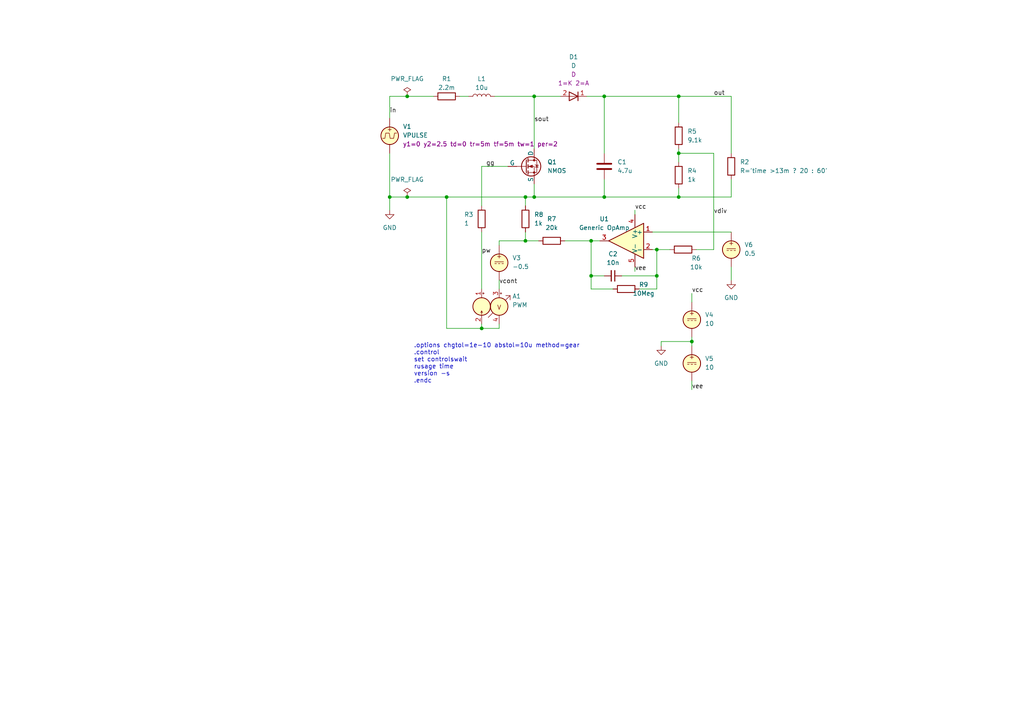
<source format=kicad_sch>
(kicad_sch (version 20230819) (generator eeschema)
  (paper "A4")
  (lib_symbols
    (symbol "D_1" (pin_names (offset 1.016) hide)
      (property "Reference" "D" (at 0 2.54 0))
      (property "Value" "D" (at 0 -2.54 0))
      (property "Sim.Device" "D" (at 0 0 0))
      (property "Sim.Pins" "1=K 2=A" (at 0 0 0))
      (symbol "D_1_0_1"
        (polyline (pts (xy -1.27 1.27) (xy -1.27 -1.27)) (stroke (width 0.254)))
        (polyline (pts (xy 1.27 0) (xy -1.27 0)))
        (polyline (pts (xy 1.27 1.27) (xy 1.27 -1.27) (xy -1.27 0) (xy 1.27 1.27)) (stroke (width 0.254)))
      )
      (symbol "D_1_1_1"
        (pin passive line (at -3.81 0 0) (length 2.54) (name "K") (number "1"))
        (pin passive line (at 3.81 0 180) (length 2.54) (name "A") (number "2"))
      )
    )
    (symbol "Device:C" (pin_numbers hide) (pin_names (offset 0.254))
      (property "Reference" "C" (at 0.635 2.54 0))
      (property "Value" "C" (at 0.635 -2.54 0))
      (symbol "C_0_1"
        (polyline (pts (xy -2.032 -0.762) (xy 2.032 -0.762)) (stroke (width 0.508)))
        (polyline (pts (xy -2.032 0.762) (xy 2.032 0.762)) (stroke (width 0.508)))
      )
      (symbol "C_1_1"
        (pin passive line (at 0 3.81 270) (length 2.794) (name "~") (number "1"))
        (pin passive line (at 0 -3.81 90) (length 2.794) (name "~") (number "2"))
      )
    )
    (symbol "Device:C_Small" (pin_numbers hide) (pin_names (offset 0.254) hide)
      (property "Reference" "C" (at 0.254 1.778 0))
      (property "Value" "C_Small" (at 0.254 -2.032 0))
      (symbol "C_Small_0_1"
        (polyline (pts (xy -1.524 -0.508) (xy 1.524 -0.508)) (stroke (width 0.3302)))
        (polyline (pts (xy -1.524 0.508) (xy 1.524 0.508)) (stroke (width 0.3048)))
      )
      (symbol "C_Small_1_1"
        (pin passive line (at 0 2.54 270) (length 2.032) (name "~") (number "1"))
        (pin passive line (at 0 -2.54 90) (length 2.032) (name "~") (number "2"))
      )
    )
    (symbol "Device:L" (pin_numbers hide) (pin_names (offset 1.016) hide)
      (property "Reference" "L" (at -1.27 0 90))
      (property "Value" "L" (at 1.905 0 90))
      (symbol "L_0_1"
        (arc (start 0 -2.54) (mid 0.6323 -1.905) (end 0 -1.27))
        (arc (start 0 -1.27) (mid 0.6323 -0.635) (end 0 0))
        (arc (start 0 0) (mid 0.6323 0.635) (end 0 1.27))
        (arc (start 0 1.27) (mid 0.6323 1.905) (end 0 2.54))
      )
      (symbol "L_1_1"
        (pin passive line (at 0 3.81 270) (length 1.27) (name "1") (number "1"))
        (pin passive line (at 0 -3.81 90) (length 1.27) (name "2") (number "2"))
      )
    )
    (symbol "Device:R" (pin_numbers hide) (pin_names (offset 0))
      (property "Reference" "R" (at 2.032 0 90))
      (property "Value" "R" (at 0 0 90))
      (symbol "R_0_1"
        (rectangle (start -1.016 -2.54) (end 1.016 2.54) (stroke (width 0.254)))
      )
      (symbol "R_1_1"
        (pin passive line (at 0 3.81 270) (length 1.27) (name "~") (number "1"))
        (pin passive line (at 0 -3.81 90) (length 1.27) (name "~") (number "2"))
      )
    )
    (symbol "PWM:PWM" (pin_names (offset 1.016) hide)
      (property "Reference" "A1" (at -3.81 1.7146 0))
      (property "Value" "PWM" (at -3.81 -0.8254 0))
      (property "Sim.Params" "freq=100k vlo=0.7 vhi=3.5" (at -16.51 -3.81 0))
      (symbol "PWM_0_1"
        (polyline (pts (xy 0 -1.27) (xy 0 -2.286)))
        (polyline (pts (xy 0.254 -1.778) (xy 0 -1.27) (xy -0.254 -1.778)))
        (circle (center 0 0) (radius 2.54) (stroke (width 0.254)) (fill (type background)))
      )
      (symbol "PWM_1_1"
        (polyline (pts (xy 0.254 3.81) (xy 0.762 3.81)))
        (polyline (pts (xy 0.508 4.064) (xy 0.508 3.556)))
        (polyline (pts (xy 1.905 -3.175) (xy 3.175 -1.905)))
        (polyline (pts (xy 5.334 3.81) (xy 5.842 3.81)))
        (polyline (pts (xy 5.588 4.064) (xy 5.588 3.556)))
        (polyline (pts (xy 6.985 1.905) (xy 8.255 3.175)))
        (polyline (pts (xy 6.985 3.175) (xy 8.255 3.175) (xy 8.255 1.905)))
        (circle (center 5.08 0) (radius 2.54) (stroke (width 0.254)) (fill (type background)))
        (text "V" (at 5.08 -0.254 0) (effects (font (size 1.27 1.27))))
        (pin input line (at 0 5.08 270) (length 2.54) (name "N+") (number "1"))
        (pin input line (at 0 -5.08 90) (length 2.54) (name "N-") (number "2"))
        (pin passive line (at 5.08 5.08 270) (length 2.54) (name "C+") (number "3"))
        (pin passive line (at 5.08 -5.08 90) (length 2.54) (name "C-") (number "4"))
      )
    )
    (symbol "Simulation_SPICE:NMOS" (pin_numbers hide) (pin_names (offset 0))
      (property "Reference" "Q" (at 5.08 1.27 0))
      (property "Value" "NMOS" (at 5.08 -1.27 0))
      (symbol "NMOS_0_1"
        (polyline (pts (xy 0.254 0) (xy -2.54 0)))
        (polyline (pts (xy 0.254 1.905) (xy 0.254 -1.905)) (stroke (width 0.254)))
        (polyline (pts (xy 0.762 -1.27) (xy 0.762 -2.286)) (stroke (width 0.254)))
        (polyline (pts (xy 0.762 0.508) (xy 0.762 -0.508)) (stroke (width 0.254)))
        (polyline (pts (xy 0.762 2.286) (xy 0.762 1.27)) (stroke (width 0.254)))
        (polyline (pts (xy 2.54 2.54) (xy 2.54 1.778)))
        (polyline (pts (xy 2.54 -2.54) (xy 2.54 0) (xy 0.762 0)))
        (polyline (pts (xy 0.762 -1.778) (xy 3.302 -1.778) (xy 3.302 1.778) (xy 0.762 1.778)))
        (polyline (pts (xy 1.016 0) (xy 2.032 0.381) (xy 2.032 -0.381) (xy 1.016 0)) (fill (type outline)))
        (polyline (pts (xy 2.794 0.508) (xy 2.921 0.381) (xy 3.683 0.381) (xy 3.81 0.254)))
        (polyline (pts (xy 3.302 0.381) (xy 2.921 -0.254) (xy 3.683 -0.254) (xy 3.302 0.381)))
        (circle (center 1.651 0) (radius 2.794) (stroke (width 0.254)))
        (circle (center 2.54 -1.778) (radius 0.254) (fill (type outline)))
        (circle (center 2.54 1.778) (radius 0.254) (fill (type outline)))
      )
      (symbol "NMOS_1_1"
        (pin passive line (at 2.54 5.08 270) (length 2.54) (name "D") (number "1"))
        (pin input line (at -5.08 0 0) (length 2.54) (name "G") (number "2"))
        (pin passive line (at 2.54 -5.08 90) (length 2.54) (name "S") (number "3"))
      )
    )
    (symbol "Simulation_SPICE:OPAMP" (pin_names (offset 0.254))
      (property "Reference" "U" (at 3.81 3.175 0))
      (property "Value" "${SIM.PARAMS}" (at 3.81 -3.175 0))
      (symbol "OPAMP_0_1"
        (polyline (pts (xy 5.08 0) (xy -5.08 5.08) (xy -5.08 -5.08) (xy 5.08 0)) (stroke (width 0.254)) (fill (type background)))
      )
      (symbol "OPAMP_1_1"
        (pin input line (at -7.62 2.54 0) (length 2.54) (name "+") (number "1"))
        (pin input line (at -7.62 -2.54 0) (length 2.54) (name "-") (number "2"))
        (pin output line (at 7.62 0 180) (length 2.54) (name "~") (number "3"))
        (pin power_in line (at -2.54 7.62 270) (length 3.81) (name "V+") (number "4"))
        (pin power_in line (at -2.54 -7.62 90) (length 3.81) (name "V-") (number "5"))
      )
    )
    (symbol "Simulation_SPICE:VDC" (pin_numbers hide) (pin_names (offset 0.0254))
      (property "Reference" "V" (at 2.54 2.54 0))
      (property "Value" "1" (at 2.54 0 0))
      (symbol "VDC_0_0"
        (polyline (pts (xy -1.27 0.254) (xy 1.27 0.254)))
        (polyline (pts (xy -0.762 -0.254) (xy -1.27 -0.254)))
        (polyline (pts (xy 0.254 -0.254) (xy -0.254 -0.254)))
        (polyline (pts (xy 1.27 -0.254) (xy 0.762 -0.254)))
        (text "+" (at 0 1.905 0) (effects (font (size 1.27 1.27))))
      )
      (symbol "VDC_0_1"
        (circle (center 0 0) (radius 2.54) (stroke (width 0.254)) (fill (type background)))
      )
      (symbol "VDC_1_1"
        (pin passive line (at 0 5.08 270) (length 2.54) (name "~") (number "1"))
        (pin passive line (at 0 -5.08 90) (length 2.54) (name "~") (number "2"))
      )
    )
    (symbol "Simulation_SPICE:VPULSE" (pin_numbers hide) (pin_names (offset 0.0254))
      (property "Reference" "V" (at 2.54 2.54 0))
      (property "Value" "VPULSE" (at 2.54 0 0))
      (property "Sim.Params" "y1=0 y2=1 td=2n tr=2n tf=2n tw=50n per=100n" (at 2.54 -2.54 0))
      (symbol "VPULSE_0_0"
        (polyline (pts (xy -2.032 -0.762) (xy -1.397 -0.762) (xy -1.143 0.762) (xy -0.127 0.762) (xy 0.127 -0.762) (xy 1.143 -0.762) (xy 1.397 0.762) (xy 2.032 0.762)))
        (text "+" (at 0 1.905 0) (effects (font (size 1.27 1.27))))
      )
      (symbol "VPULSE_0_1"
        (circle (center 0 0) (radius 2.54) (stroke (width 0.254)) (fill (type background)))
      )
      (symbol "VPULSE_1_1"
        (pin passive line (at 0 5.08 270) (length 2.54) (name "~") (number "1"))
        (pin passive line (at 0 -5.08 90) (length 2.54) (name "~") (number "2"))
      )
    )
    (symbol "power:GND" (power) (pin_names (offset 0))
      (property "Value" "GND" (at 0 -3.81 0))
      (symbol "GND_0_1"
        (polyline (pts (xy 0 0) (xy 0 -1.27) (xy 1.27 -1.27) (xy 0 -2.54) (xy -1.27 -1.27) (xy 0 -1.27)))
      )
      (symbol "GND_1_1"
        (pin power_in line (at 0 0 270) (length 0) hide (name "GND") (number "1"))
      )
    )
    (symbol "power:PWR_FLAG" (power) (pin_numbers hide) (pin_names (offset 0) hide)
      (property "Value" "PWR_FLAG" (at 0 3.81 0))
      (symbol "PWR_FLAG_0_0"
        (pin power_out line (at 0 0 90) (length 0) (name "pwr") (number "1"))
      )
      (symbol "PWR_FLAG_0_1"
        (polyline (pts (xy 0 0) (xy 0 1.27) (xy -1.016 1.905) (xy 0 2.54) (xy 1.016 1.905) (xy 0 1.27)))
      )
    )
  )
  (junction (at 190.5 72.39))
  (junction (at 200.66 99.06))
  (junction (at 175.26 27.94))
  (junction (at 118.11 57.15))
  (junction (at 139.7 95.25))
  (junction (at 154.94 27.94))
  (junction (at 196.85 57.15))
  (junction (at 171.45 80.01))
  (junction (at 113.03 57.15))
  (junction (at 118.11 27.94))
  (junction (at 171.45 69.85))
  (junction (at 152.4 69.85))
  (junction (at 190.5 80.01))
  (junction (at 196.85 27.94))
  (junction (at 175.26 57.15))
  (junction (at 154.94 57.15))
  (junction (at 129.54 57.15))
  (junction (at 152.4 57.15))
  (junction (at 196.85 44.45))
  (wire (pts (xy 144.78 81.28) (xy 144.78 83.82)))
  (wire (pts (xy 196.85 27.94) (xy 196.85 35.56)))
  (wire (pts (xy 129.54 95.25) (xy 129.54 57.15)))
  (wire (pts (xy 175.26 27.94) (xy 196.85 27.94)))
  (wire (pts (xy 139.7 95.25) (xy 129.54 95.25)))
  (wire (pts (xy 129.54 57.15) (xy 152.4 57.15)))
  (wire (pts (xy 118.11 57.15) (xy 129.54 57.15)))
  (wire (pts (xy 191.77 99.06) (xy 191.77 100.33)))
  (wire (pts (xy 113.03 27.94) (xy 118.11 27.94)))
  (wire (pts (xy 152.4 57.15) (xy 152.4 59.69)))
  (wire (pts (xy 175.26 52.07) (xy 175.26 57.15)))
  (wire (pts (xy 152.4 67.31) (xy 152.4 69.85)))
  (wire (pts (xy 175.26 27.94) (xy 175.26 44.45)))
  (wire (pts (xy 113.03 27.94) (xy 113.03 34.29)))
  (wire (pts (xy 189.23 67.31) (xy 212.09 67.31)))
  (wire (pts (xy 152.4 57.15) (xy 154.94 57.15)))
  (wire (pts (xy 144.78 69.85) (xy 152.4 69.85)))
  (wire (pts (xy 200.66 99.06) (xy 200.66 100.33)))
  (wire (pts (xy 177.8 83.82) (xy 171.45 83.82)))
  (wire (pts (xy 144.78 69.85) (xy 144.78 71.12)))
  (wire (pts (xy 152.4 69.85) (xy 156.21 69.85)))
  (wire (pts (xy 113.03 57.15) (xy 113.03 60.96)))
  (wire (pts (xy 171.45 80.01) (xy 171.45 69.85)))
  (wire (pts (xy 200.66 85.09) (xy 200.66 87.63)))
  (wire (pts (xy 207.01 72.39) (xy 201.93 72.39)))
  (wire (pts (xy 139.7 95.25) (xy 144.78 95.25)))
  (wire (pts (xy 196.85 44.45) (xy 196.85 46.99)))
  (wire (pts (xy 212.09 27.94) (xy 212.09 44.45)))
  (wire (pts (xy 196.85 57.15) (xy 212.09 57.15)))
  (wire (pts (xy 139.7 93.98) (xy 139.7 95.25)))
  (wire (pts (xy 207.01 44.45) (xy 207.01 72.39)))
  (wire (pts (xy 200.66 99.06) (xy 191.77 99.06)))
  (wire (pts (xy 196.85 54.61) (xy 196.85 57.15)))
  (wire (pts (xy 139.7 67.31) (xy 139.7 83.82)))
  (wire (pts (xy 154.94 27.94) (xy 154.94 43.18)))
  (wire (pts (xy 196.85 44.45) (xy 207.01 44.45)))
  (wire (pts (xy 185.42 83.82) (xy 190.5 83.82)))
  (wire (pts (xy 189.23 72.39) (xy 190.5 72.39)))
  (wire (pts (xy 118.11 27.94) (xy 125.73 27.94)))
  (wire (pts (xy 171.45 69.85) (xy 173.99 69.85)))
  (wire (pts (xy 184.15 60.96) (xy 184.15 62.23)))
  (wire (pts (xy 184.15 77.47) (xy 184.15 78.74)))
  (wire (pts (xy 154.94 27.94) (xy 162.56 27.94)))
  (wire (pts (xy 163.83 69.85) (xy 171.45 69.85)))
  (wire (pts (xy 196.85 43.18) (xy 196.85 44.45)))
  (wire (pts (xy 154.94 53.34) (xy 154.94 57.15)))
  (wire (pts (xy 190.5 80.01) (xy 190.5 72.39)))
  (wire (pts (xy 139.7 48.26) (xy 147.32 48.26)))
  (wire (pts (xy 200.66 110.49) (xy 200.66 113.03)))
  (wire (pts (xy 143.51 27.94) (xy 154.94 27.94)))
  (wire (pts (xy 144.78 93.98) (xy 144.78 95.25)))
  (wire (pts (xy 171.45 80.01) (xy 175.26 80.01)))
  (wire (pts (xy 212.09 77.47) (xy 212.09 81.28)))
  (wire (pts (xy 196.85 27.94) (xy 212.09 27.94)))
  (wire (pts (xy 154.94 57.15) (xy 175.26 57.15)))
  (wire (pts (xy 212.09 57.15) (xy 212.09 52.07)))
  (wire (pts (xy 133.35 27.94) (xy 135.89 27.94)))
  (wire (pts (xy 180.34 80.01) (xy 190.5 80.01)))
  (wire (pts (xy 113.03 57.15) (xy 113.03 44.45)))
  (wire (pts (xy 171.45 83.82) (xy 171.45 80.01)))
  (wire (pts (xy 139.7 48.26) (xy 139.7 59.69)))
  (wire (pts (xy 170.18 27.94) (xy 175.26 27.94)))
  (wire (pts (xy 200.66 97.79) (xy 200.66 99.06)))
  (wire (pts (xy 175.26 57.15) (xy 196.85 57.15)))
  (wire (pts (xy 194.31 72.39) (xy 190.5 72.39)))
  (wire (pts (xy 190.5 83.82) (xy 190.5 80.01)))
  (wire (pts (xy 113.03 57.15) (xy 118.11 57.15)))
  (text ".options chgtol=1e-10 abstol=10u method=gear\n.control\nset controlswait\nrusage time\nversion -s\n.endc\n" (at 120.015 105.41 0) (effects (font (size 1.27 1.27)) (justify left)))
  (label "in" (at 113.03 33.02 0))
  (label "out" (at 207.01 27.94 0))
  (label "vdiv" (at 207.01 62.23 0))
  (label "vcc" (at 184.15 60.96 0))
  (label "gg" (at 140.97 48.26 0))
  (label "sout" (at 154.94 35.56 0))
  (label "vcc" (at 200.66 85.09 0))
  (label "vee" (at 200.66 113.03 0))
  (label "pw" (at 139.7 73.66 0))
  (label "vee" (at 184.15 78.74 0))
  (label "vcont" (at 144.78 82.55 0))
  (symbol (lib_id "power:GND") (at 113.03 60.96 0) (unit 1)
    (property "Reference" "#PWR01" (effects hide))
    (property "Value" "GND" (at 113.03 66.04 0))
    (property "Description" "Power symbol creates a global label with name \"GND\" , ground" (effects hide))
  )
  (symbol (lib_id "Device:L") (at 139.7 27.94 90) (unit 1)
    (property "Reference" "L1" (at 139.7 22.86 90))
    (property "Value" "10u" (at 139.7 25.4 90))
    (property "Description" "Inductor" (effects hide))
  )
  (symbol (lib_id "Device:R") (at 198.12 72.39 270) (unit 1)
    (property "Reference" "R6" (at 201.93 74.93 90))
    (property "Value" "10k" (at 201.93 77.47 90))
    (property "Description" "Resistor" (effects hide))
  )
  (symbol (lib_id "power:GND") (at 191.77 100.33 0) (unit 1)
    (property "Reference" "#PWR03" (effects hide))
    (property "Value" "GND" (at 191.77 105.41 0))
    (property "Description" "Power symbol creates a global label with name \"GND\" , ground" (effects hide))
  )
  (symbol (lib_id "Simulation_SPICE:OPAMP") (at 181.61 69.85 0) (mirror y) (unit 1)
    (property "Reference" "U1" (at 175.26 63.5 0))
    (property "Value" "Generic OpAmp" (at 175.26 66.04 0))
    (property "Description" "Operational amplifier, single, node sequence=1:+ 2:- 3:OUT 4:V+ 5:V-" (effects hide))
    (property "Sim.Pins" "1=in+ 2=in- 3=out 4=vcc 5=vee" (effects hide))
    (property "Sim.Device" "SUBCKT" (effects hide))
    (property "Sim.Library" "D:\\Spice_general\\KiCad-799\\SMPS\\basic-complete\\GenOpAmp.lib" (effects hide))
    (property "Sim.Name" "genopa1" (effects hide))
  )
  (symbol (lib_id "Simulation_SPICE:VDC") (at 200.66 105.41 0) (unit 1)
    (property "Reference" "V5" (at 204.47 104.0101 0) (effects (justify left)))
    (property "Value" "10" (at 204.47 106.5501 0) (effects (justify left)))
    (property "Description" "Voltage source, DC" (effects hide))
    (property "Sim.Pins" "1=+ 2=-" (effects hide))
    (property "Sim.Type" "DC" (effects hide))
    (property "Sim.Device" "V" (effects hide))
  )
  (symbol (lib_id "Simulation_SPICE:VPULSE") (at 113.03 39.37 0) (unit 1)
    (property "Reference" "V1" (at 116.84 36.7001 0) (effects (justify left)))
    (property "Value" "VPULSE" (at 116.84 39.2401 0) (effects (justify left)))
    (property "Description" "Voltage source, pulse" (effects hide))
    (property "Sim.Pins" "1=+ 2=-" (effects hide))
    (property "Sim.Type" "PULSE" (effects hide))
    (property "Sim.Device" "V" (effects hide))
    (property "Sim.Params" "y1=0 y2=2.5 td=0 tr=5m tf=5m tw=1 per=2" (at 116.84 41.7801 0) (effects (justify left)))
  )
  (symbol (lib_id "power:GND") (at 212.09 81.28 0) (unit 1)
    (property "Reference" "#PWR04" (effects hide))
    (property "Value" "GND" (at 212.09 86.36 0))
    (property "Description" "Power symbol creates a global label with name \"GND\" , ground" (effects hide))
  )
  (symbol (lib_id "Simulation_SPICE:VDC") (at 212.09 72.39 0) (unit 1)
    (property "Reference" "V6" (at 215.9 70.9901 0) (effects (justify left)))
    (property "Value" "0.5" (at 215.9 73.5301 0) (effects (justify left)))
    (property "Description" "Voltage source, DC" (effects hide))
    (property "Sim.Pins" "1=+ 2=-" (effects hide))
    (property "Sim.Type" "DC" (effects hide))
    (property "Sim.Device" "V" (effects hide))
  )
  (symbol (lib_id "Device:R") (at 196.85 39.37 0) (unit 1)
    (property "Reference" "R5" (at 199.39 38.0999 0) (effects (justify left)))
    (property "Value" "9.1k" (at 199.39 40.6399 0) (effects (justify left)))
    (property "Description" "Resistor" (effects hide))
  )
  (symbol (lib_id "power:PWR_FLAG") (at 118.11 57.15 0) (unit 1)
    (property "Reference" "#FLG02" (effects hide))
    (property "Value" "PWR_FLAG" (at 118.11 52.07 0))
    (property "Description" "Special symbol for telling ERC where power comes from" (effects hide))
  )
  (symbol (lib_id "Simulation_SPICE:VDC") (at 200.66 92.71 0) (unit 1)
    (property "Reference" "V4" (at 204.47 91.3101 0) (effects (justify left)))
    (property "Value" "10" (at 204.47 93.8501 0) (effects (justify left)))
    (property "Description" "Voltage source, DC" (effects hide))
    (property "Sim.Pins" "1=+ 2=-" (effects hide))
    (property "Sim.Type" "DC" (effects hide))
    (property "Sim.Device" "V" (effects hide))
  )
  (symbol (lib_id "Device:C_Small") (at 177.8 80.01 270) (mirror x) (unit 1)
    (property "Reference" "C2" (at 177.7936 73.66 90))
    (property "Value" "10n" (at 177.7936 76.2 90))
    (property "Description" "Unpolarized capacitor, small symbol" (effects hide))
  )
  (symbol (lib_id "Device:C") (at 175.26 48.26 0) (unit 1)
    (property "Reference" "C1" (at 179.07 46.9899 0) (effects (justify left)))
    (property "Value" "4.7u" (at 179.07 49.5299 0) (effects (justify left)))
    (property "Description" "Unpolarized capacitor" (effects hide))
  )
  (symbol (lib_id "PWM:PWM") (at 139.7 88.9 0) (unit 1)
    (property "Reference" "A1" (at 148.59 85.9154 0) (effects (justify left)))
    (property "Value" "PWM" (at 148.59 88.4554 0) (effects (justify left)))
    (property "Datasheet" "https://ngspice.sourceforge.io/docs.html" (effects hide))
    (property "Description" "Voltage-dependent Voltage source symbol for simulation only" (effects hide))
    (property "Sim.Library" "pwm_source.lib" (effects hide))
    (property "Sim.Name" "pwm_source" (effects hide))
    (property "Sim.Device" "SUBCKT" (effects hide))
    (property "Sim.Pins" "1=out 2=gnd 3=cntl_in 4=gnd" (effects hide))
  )
  (symbol (lib_id "Simulation_SPICE:VDC") (at 144.78 76.2 0) (unit 1)
    (property "Reference" "V3" (at 148.59 74.8001 0) (effects (justify left)))
    (property "Value" "-0.5" (at 148.59 77.3401 0) (effects (justify left)))
    (property "Description" "Voltage source, DC" (effects hide))
    (property "Sim.Pins" "1=+ 2=-" (effects hide))
    (property "Sim.Type" "DC" (effects hide))
    (property "Sim.Device" "V" (effects hide))
  )
  (symbol (lib_id "power:PWR_FLAG") (at 118.11 27.94 0) (unit 1)
    (property "Reference" "#FLG01" (effects hide))
    (property "Value" "PWR_FLAG" (at 118.11 22.86 0))
    (property "Description" "Special symbol for telling ERC where power comes from" (effects hide))
  )
  (symbol (lib_id "Device:R") (at 181.61 83.82 270) (unit 1)
    (property "Reference" "R9" (at 186.69 82.55 90))
    (property "Value" "10Meg" (at 186.69 85.09 90))
    (property "Description" "Resistor" (effects hide))
  )
  (symbol (lib_id "Device:R") (at 212.09 48.26 0) (unit 1)
    (property "Reference" "R2" (at 214.63 46.9899 0) (effects (justify left)))
    (property "Value" "R='time >13m ? 20 : 60'" (at 214.63 49.5299 0) (effects (justify left)))
    (property "Description" "Resistor" (effects hide))
  )
  (symbol (lib_id "Device:R") (at 152.4 63.5 180) (unit 1)
    (property "Reference" "R8" (at 154.94 62.2299 0) (effects (justify right)))
    (property "Value" "1k" (at 154.94 64.7699 0) (effects (justify right)))
    (property "Description" "Resistor" (effects hide))
  )
  (symbol (lib_id "Device:R") (at 196.85 50.8 0) (unit 1)
    (property "Reference" "R4" (at 199.39 49.5299 0) (effects (justify left)))
    (property "Value" "1k" (at 199.39 52.0699 0) (effects (justify left)))
    (property "Description" "Resistor" (effects hide))
  )
  (symbol (lib_name "D_1") (lib_id "Simulation_SPICE:D") (at 166.37 27.94 0) (mirror y) (unit 1)
    (property "Reference" "D1" (at 166.37 16.51 0))
    (property "Value" "D" (at 166.37 19.05 0))
    (property "Description" "Diode for simulation or PCB" (effects hide))
    (property "Sim.Device" "D" (at 166.37 21.59 0))
    (property "Sim.Pins" "1=K 2=A" (at 166.37 24.13 0))
  )
  (symbol (lib_id "Device:R") (at 160.02 69.85 270) (unit 1)
    (property "Reference" "R7" (at 160.02 63.5 90))
    (property "Value" "20k" (at 160.02 66.04 90))
    (property "Description" "Resistor" (effects hide))
  )
  (symbol (lib_id "Device:R") (at 139.7 63.5 180) (unit 1)
    (property "Reference" "R3" (at 134.62 62.23 0) (effects (justify right)))
    (property "Value" "1" (at 134.62 64.77 0) (effects (justify right)))
    (property "Description" "Resistor" (effects hide))
  )
  (symbol (lib_id "Device:R") (at 129.54 27.94 90) (unit 1)
    (property "Reference" "R1" (at 129.54 22.86 90))
    (property "Value" "2.2m" (at 129.54 25.4 90))
    (property "Description" "Resistor" (effects hide))
  )
  (symbol (lib_id "Simulation_SPICE:NMOS") (at 152.4 48.26 0) (unit 1)
    (property "Reference" "Q1" (at 158.75 46.9899 0) (effects (justify left)))
    (property "Value" "NMOS" (at 158.75 49.5299 0) (effects (justify left)))
    (property "Datasheet" "https://ngspice.sourceforge.io/docs/ngspice-manual.pdf" (effects hide))
    (property "Description" "N-MOSFET transistor, drain/source/gate" (effects hide))
    (property "Sim.Device" "NMOS" (effects hide))
    (property "Sim.Type" "VDMOS" (effects hide))
    (property "Sim.Pins" "1=D 2=G 3=S" (effects hide))
  )
)
</source>
